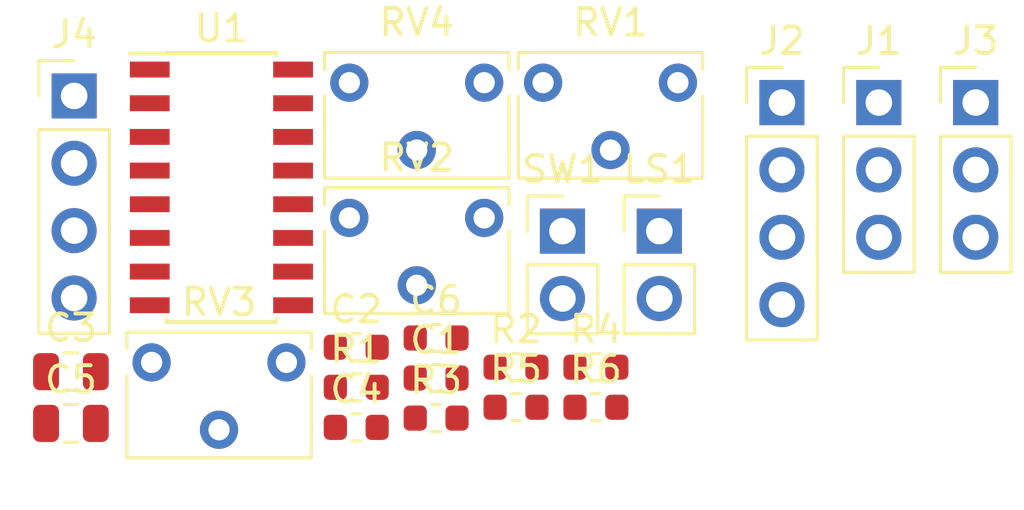
<source format=kicad_pcb>
(kicad_pcb (version 20171130) (host pcbnew "(5.0.2)-1")

  (general
    (thickness 1.6)
    (drawings 0)
    (tracks 0)
    (zones 0)
    (modules 23)
    (nets 24)
  )

  (page A4)
  (layers
    (0 F.Cu signal)
    (31 B.Cu signal)
    (32 B.Adhes user)
    (33 F.Adhes user)
    (34 B.Paste user)
    (35 F.Paste user)
    (36 B.SilkS user)
    (37 F.SilkS user)
    (38 B.Mask user)
    (39 F.Mask user)
    (40 Dwgs.User user)
    (41 Cmts.User user)
    (42 Eco1.User user)
    (43 Eco2.User user)
    (44 Edge.Cuts user)
    (45 Margin user)
    (46 B.CrtYd user)
    (47 F.CrtYd user)
    (48 B.Fab user)
    (49 F.Fab user)
  )

  (setup
    (last_trace_width 0.25)
    (trace_clearance 0.2)
    (zone_clearance 0.508)
    (zone_45_only no)
    (trace_min 0.2)
    (segment_width 0.2)
    (edge_width 0.15)
    (via_size 0.8)
    (via_drill 0.4)
    (via_min_size 0.4)
    (via_min_drill 0.3)
    (uvia_size 0.3)
    (uvia_drill 0.1)
    (uvias_allowed no)
    (uvia_min_size 0.2)
    (uvia_min_drill 0.1)
    (pcb_text_width 0.3)
    (pcb_text_size 1.5 1.5)
    (mod_edge_width 0.15)
    (mod_text_size 1 1)
    (mod_text_width 0.15)
    (pad_size 1.524 1.524)
    (pad_drill 0.762)
    (pad_to_mask_clearance 0.051)
    (solder_mask_min_width 0.25)
    (aux_axis_origin 0 0)
    (visible_elements FFFFFF7F)
    (pcbplotparams
      (layerselection 0x010fc_ffffffff)
      (usegerberextensions false)
      (usegerberattributes false)
      (usegerberadvancedattributes false)
      (creategerberjobfile false)
      (excludeedgelayer true)
      (linewidth 0.100000)
      (plotframeref false)
      (viasonmask false)
      (mode 1)
      (useauxorigin false)
      (hpglpennumber 1)
      (hpglpenspeed 20)
      (hpglpendiameter 15.000000)
      (psnegative false)
      (psa4output false)
      (plotreference true)
      (plotvalue true)
      (plotinvisibletext false)
      (padsonsilk false)
      (subtractmaskfromsilk false)
      (outputformat 1)
      (mirror false)
      (drillshape 1)
      (scaleselection 1)
      (outputdirectory ""))
  )

  (net 0 "")
  (net 1 GND)
  (net 2 VDD)
  (net 3 L)
  (net 4 "Net-(C3-Pad1)")
  (net 5 "Net-(C4-Pad1)")
  (net 6 R)
  (net 7 "Net-(C5-Pad2)")
  (net 8 "Net-(LS1-Pad2)")
  (net 9 "Net-(LS1-Pad1)")
  (net 10 "Net-(R1-Pad2)")
  (net 11 "Net-(R2-Pad2)")
  (net 12 -OUT_L)
  (net 13 -OUT_R)
  (net 14 OUT_L)
  (net 15 "Net-(J4-PadT)")
  (net 16 "Net-(J4-PadR)")
  (net 17 OUT_R)
  (net 18 LIN)
  (net 19 "Net-(RV1-Pad3)")
  (net 20 "Net-(RV2-Pad3)")
  (net 21 RIN)
  (net 22 "Net-(RV3-Pad2)")
  (net 23 "Net-(U1-Pad12)")

  (net_class Default "This is the default net class."
    (clearance 0.2)
    (trace_width 0.25)
    (via_dia 0.8)
    (via_drill 0.4)
    (uvia_dia 0.3)
    (uvia_drill 0.1)
    (add_net -OUT_L)
    (add_net -OUT_R)
    (add_net GND)
    (add_net L)
    (add_net LIN)
    (add_net "Net-(C3-Pad1)")
    (add_net "Net-(C4-Pad1)")
    (add_net "Net-(C5-Pad2)")
    (add_net "Net-(J4-PadR)")
    (add_net "Net-(J4-PadT)")
    (add_net "Net-(LS1-Pad1)")
    (add_net "Net-(LS1-Pad2)")
    (add_net "Net-(R1-Pad2)")
    (add_net "Net-(R2-Pad2)")
    (add_net "Net-(RV1-Pad3)")
    (add_net "Net-(RV2-Pad3)")
    (add_net "Net-(RV3-Pad2)")
    (add_net "Net-(U1-Pad12)")
    (add_net OUT_L)
    (add_net OUT_R)
    (add_net R)
    (add_net RIN)
    (add_net VDD)
  )

  (module Capacitor_SMD:C_0603_1608Metric (layer F.Cu) (tedit 5B301BBE) (tstamp 5C70E908)
    (at 139.925001 123.975001)
    (descr "Capacitor SMD 0603 (1608 Metric), square (rectangular) end terminal, IPC_7351 nominal, (Body size source: http://www.tortai-tech.com/upload/download/2011102023233369053.pdf), generated with kicad-footprint-generator")
    (tags capacitor)
    (path /5C668C19/5C669142)
    (attr smd)
    (fp_text reference C1 (at 0 -1.43) (layer F.SilkS)
      (effects (font (size 1 1) (thickness 0.15)))
    )
    (fp_text value 1uF (at 0 1.43) (layer F.Fab)
      (effects (font (size 1 1) (thickness 0.15)))
    )
    (fp_line (start -0.8 0.4) (end -0.8 -0.4) (layer F.Fab) (width 0.1))
    (fp_line (start -0.8 -0.4) (end 0.8 -0.4) (layer F.Fab) (width 0.1))
    (fp_line (start 0.8 -0.4) (end 0.8 0.4) (layer F.Fab) (width 0.1))
    (fp_line (start 0.8 0.4) (end -0.8 0.4) (layer F.Fab) (width 0.1))
    (fp_line (start -0.162779 -0.51) (end 0.162779 -0.51) (layer F.SilkS) (width 0.12))
    (fp_line (start -0.162779 0.51) (end 0.162779 0.51) (layer F.SilkS) (width 0.12))
    (fp_line (start -1.48 0.73) (end -1.48 -0.73) (layer F.CrtYd) (width 0.05))
    (fp_line (start -1.48 -0.73) (end 1.48 -0.73) (layer F.CrtYd) (width 0.05))
    (fp_line (start 1.48 -0.73) (end 1.48 0.73) (layer F.CrtYd) (width 0.05))
    (fp_line (start 1.48 0.73) (end -1.48 0.73) (layer F.CrtYd) (width 0.05))
    (fp_text user %R (at 0 0) (layer F.Fab)
      (effects (font (size 0.4 0.4) (thickness 0.06)))
    )
    (pad 1 smd roundrect (at -0.7875 0) (size 0.875 0.95) (layers F.Cu F.Paste F.Mask) (roundrect_rratio 0.25)
      (net 1 GND))
    (pad 2 smd roundrect (at 0.7875 0) (size 0.875 0.95) (layers F.Cu F.Paste F.Mask) (roundrect_rratio 0.25)
      (net 2 VDD))
    (model ${KISYS3DMOD}/Capacitor_SMD.3dshapes/C_0603_1608Metric.wrl
      (at (xyz 0 0 0))
      (scale (xyz 1 1 1))
      (rotate (xyz 0 0 0))
    )
  )

  (module Capacitor_SMD:C_0603_1608Metric (layer F.Cu) (tedit 5B301BBE) (tstamp 5C70E919)
    (at 136.915001 122.815001)
    (descr "Capacitor SMD 0603 (1608 Metric), square (rectangular) end terminal, IPC_7351 nominal, (Body size source: http://www.tortai-tech.com/upload/download/2011102023233369053.pdf), generated with kicad-footprint-generator")
    (tags capacitor)
    (path /5C668C19/5C669184)
    (attr smd)
    (fp_text reference C2 (at 0 -1.43) (layer F.SilkS)
      (effects (font (size 1 1) (thickness 0.15)))
    )
    (fp_text value 1uF (at 0 1.43) (layer F.Fab)
      (effects (font (size 1 1) (thickness 0.15)))
    )
    (fp_line (start -0.8 0.4) (end -0.8 -0.4) (layer F.Fab) (width 0.1))
    (fp_line (start -0.8 -0.4) (end 0.8 -0.4) (layer F.Fab) (width 0.1))
    (fp_line (start 0.8 -0.4) (end 0.8 0.4) (layer F.Fab) (width 0.1))
    (fp_line (start 0.8 0.4) (end -0.8 0.4) (layer F.Fab) (width 0.1))
    (fp_line (start -0.162779 -0.51) (end 0.162779 -0.51) (layer F.SilkS) (width 0.12))
    (fp_line (start -0.162779 0.51) (end 0.162779 0.51) (layer F.SilkS) (width 0.12))
    (fp_line (start -1.48 0.73) (end -1.48 -0.73) (layer F.CrtYd) (width 0.05))
    (fp_line (start -1.48 -0.73) (end 1.48 -0.73) (layer F.CrtYd) (width 0.05))
    (fp_line (start 1.48 -0.73) (end 1.48 0.73) (layer F.CrtYd) (width 0.05))
    (fp_line (start 1.48 0.73) (end -1.48 0.73) (layer F.CrtYd) (width 0.05))
    (fp_text user %R (at 0 0) (layer F.Fab)
      (effects (font (size 0.4 0.4) (thickness 0.06)))
    )
    (pad 1 smd roundrect (at -0.7875 0) (size 0.875 0.95) (layers F.Cu F.Paste F.Mask) (roundrect_rratio 0.25)
      (net 1 GND))
    (pad 2 smd roundrect (at 0.7875 0) (size 0.875 0.95) (layers F.Cu F.Paste F.Mask) (roundrect_rratio 0.25)
      (net 2 VDD))
    (model ${KISYS3DMOD}/Capacitor_SMD.3dshapes/C_0603_1608Metric.wrl
      (at (xyz 0 0 0))
      (scale (xyz 1 1 1))
      (rotate (xyz 0 0 0))
    )
  )

  (module Capacitor_SMD:C_0805_2012Metric (layer F.Cu) (tedit 5B36C52B) (tstamp 5C70E92A)
    (at 126.165001 123.735001)
    (descr "Capacitor SMD 0805 (2012 Metric), square (rectangular) end terminal, IPC_7351 nominal, (Body size source: https://docs.google.com/spreadsheets/d/1BsfQQcO9C6DZCsRaXUlFlo91Tg2WpOkGARC1WS5S8t0/edit?usp=sharing), generated with kicad-footprint-generator")
    (tags capacitor)
    (path /5C668C19/5C6690E3)
    (attr smd)
    (fp_text reference C3 (at 0 -1.65) (layer F.SilkS)
      (effects (font (size 1 1) (thickness 0.15)))
    )
    (fp_text value 0.47uF (at 0 1.65) (layer F.Fab)
      (effects (font (size 1 1) (thickness 0.15)))
    )
    (fp_text user %R (at 0 0) (layer F.Fab)
      (effects (font (size 0.5 0.5) (thickness 0.08)))
    )
    (fp_line (start 1.68 0.95) (end -1.68 0.95) (layer F.CrtYd) (width 0.05))
    (fp_line (start 1.68 -0.95) (end 1.68 0.95) (layer F.CrtYd) (width 0.05))
    (fp_line (start -1.68 -0.95) (end 1.68 -0.95) (layer F.CrtYd) (width 0.05))
    (fp_line (start -1.68 0.95) (end -1.68 -0.95) (layer F.CrtYd) (width 0.05))
    (fp_line (start -0.258578 0.71) (end 0.258578 0.71) (layer F.SilkS) (width 0.12))
    (fp_line (start -0.258578 -0.71) (end 0.258578 -0.71) (layer F.SilkS) (width 0.12))
    (fp_line (start 1 0.6) (end -1 0.6) (layer F.Fab) (width 0.1))
    (fp_line (start 1 -0.6) (end 1 0.6) (layer F.Fab) (width 0.1))
    (fp_line (start -1 -0.6) (end 1 -0.6) (layer F.Fab) (width 0.1))
    (fp_line (start -1 0.6) (end -1 -0.6) (layer F.Fab) (width 0.1))
    (pad 2 smd roundrect (at 0.9375 0) (size 0.975 1.4) (layers F.Cu F.Paste F.Mask) (roundrect_rratio 0.25)
      (net 3 L))
    (pad 1 smd roundrect (at -0.9375 0) (size 0.975 1.4) (layers F.Cu F.Paste F.Mask) (roundrect_rratio 0.25)
      (net 4 "Net-(C3-Pad1)"))
    (model ${KISYS3DMOD}/Capacitor_SMD.3dshapes/C_0805_2012Metric.wrl
      (at (xyz 0 0 0))
      (scale (xyz 1 1 1))
      (rotate (xyz 0 0 0))
    )
  )

  (module Capacitor_SMD:C_0603_1608Metric (layer F.Cu) (tedit 5B301BBE) (tstamp 5C70E93B)
    (at 136.915001 125.835001)
    (descr "Capacitor SMD 0603 (1608 Metric), square (rectangular) end terminal, IPC_7351 nominal, (Body size source: http://www.tortai-tech.com/upload/download/2011102023233369053.pdf), generated with kicad-footprint-generator")
    (tags capacitor)
    (path /5C668C19/5C669102)
    (attr smd)
    (fp_text reference C4 (at 0 -1.43) (layer F.SilkS)
      (effects (font (size 1 1) (thickness 0.15)))
    )
    (fp_text value 1uF (at 0 1.43) (layer F.Fab)
      (effects (font (size 1 1) (thickness 0.15)))
    )
    (fp_text user %R (at 0 0) (layer F.Fab)
      (effects (font (size 0.4 0.4) (thickness 0.06)))
    )
    (fp_line (start 1.48 0.73) (end -1.48 0.73) (layer F.CrtYd) (width 0.05))
    (fp_line (start 1.48 -0.73) (end 1.48 0.73) (layer F.CrtYd) (width 0.05))
    (fp_line (start -1.48 -0.73) (end 1.48 -0.73) (layer F.CrtYd) (width 0.05))
    (fp_line (start -1.48 0.73) (end -1.48 -0.73) (layer F.CrtYd) (width 0.05))
    (fp_line (start -0.162779 0.51) (end 0.162779 0.51) (layer F.SilkS) (width 0.12))
    (fp_line (start -0.162779 -0.51) (end 0.162779 -0.51) (layer F.SilkS) (width 0.12))
    (fp_line (start 0.8 0.4) (end -0.8 0.4) (layer F.Fab) (width 0.1))
    (fp_line (start 0.8 -0.4) (end 0.8 0.4) (layer F.Fab) (width 0.1))
    (fp_line (start -0.8 -0.4) (end 0.8 -0.4) (layer F.Fab) (width 0.1))
    (fp_line (start -0.8 0.4) (end -0.8 -0.4) (layer F.Fab) (width 0.1))
    (pad 2 smd roundrect (at 0.7875 0) (size 0.875 0.95) (layers F.Cu F.Paste F.Mask) (roundrect_rratio 0.25)
      (net 1 GND))
    (pad 1 smd roundrect (at -0.7875 0) (size 0.875 0.95) (layers F.Cu F.Paste F.Mask) (roundrect_rratio 0.25)
      (net 5 "Net-(C4-Pad1)"))
    (model ${KISYS3DMOD}/Capacitor_SMD.3dshapes/C_0603_1608Metric.wrl
      (at (xyz 0 0 0))
      (scale (xyz 1 1 1))
      (rotate (xyz 0 0 0))
    )
  )

  (module Capacitor_SMD:C_0805_2012Metric (layer F.Cu) (tedit 5B36C52B) (tstamp 5C70E94C)
    (at 126.165001 125.685001)
    (descr "Capacitor SMD 0805 (2012 Metric), square (rectangular) end terminal, IPC_7351 nominal, (Body size source: https://docs.google.com/spreadsheets/d/1BsfQQcO9C6DZCsRaXUlFlo91Tg2WpOkGARC1WS5S8t0/edit?usp=sharing), generated with kicad-footprint-generator")
    (tags capacitor)
    (path /5C668C19/5C6690EA)
    (attr smd)
    (fp_text reference C5 (at 0 -1.65) (layer F.SilkS)
      (effects (font (size 1 1) (thickness 0.15)))
    )
    (fp_text value 0.47uF (at 0 1.65) (layer F.Fab)
      (effects (font (size 1 1) (thickness 0.15)))
    )
    (fp_line (start -1 0.6) (end -1 -0.6) (layer F.Fab) (width 0.1))
    (fp_line (start -1 -0.6) (end 1 -0.6) (layer F.Fab) (width 0.1))
    (fp_line (start 1 -0.6) (end 1 0.6) (layer F.Fab) (width 0.1))
    (fp_line (start 1 0.6) (end -1 0.6) (layer F.Fab) (width 0.1))
    (fp_line (start -0.258578 -0.71) (end 0.258578 -0.71) (layer F.SilkS) (width 0.12))
    (fp_line (start -0.258578 0.71) (end 0.258578 0.71) (layer F.SilkS) (width 0.12))
    (fp_line (start -1.68 0.95) (end -1.68 -0.95) (layer F.CrtYd) (width 0.05))
    (fp_line (start -1.68 -0.95) (end 1.68 -0.95) (layer F.CrtYd) (width 0.05))
    (fp_line (start 1.68 -0.95) (end 1.68 0.95) (layer F.CrtYd) (width 0.05))
    (fp_line (start 1.68 0.95) (end -1.68 0.95) (layer F.CrtYd) (width 0.05))
    (fp_text user %R (at 0 0) (layer F.Fab)
      (effects (font (size 0.5 0.5) (thickness 0.08)))
    )
    (pad 1 smd roundrect (at -0.9375 0) (size 0.975 1.4) (layers F.Cu F.Paste F.Mask) (roundrect_rratio 0.25)
      (net 6 R))
    (pad 2 smd roundrect (at 0.9375 0) (size 0.975 1.4) (layers F.Cu F.Paste F.Mask) (roundrect_rratio 0.25)
      (net 7 "Net-(C5-Pad2)"))
    (model ${KISYS3DMOD}/Capacitor_SMD.3dshapes/C_0805_2012Metric.wrl
      (at (xyz 0 0 0))
      (scale (xyz 1 1 1))
      (rotate (xyz 0 0 0))
    )
  )

  (module Capacitor_SMD:C_0603_1608Metric (layer F.Cu) (tedit 5B301BBE) (tstamp 5C70E95D)
    (at 139.925001 122.465001)
    (descr "Capacitor SMD 0603 (1608 Metric), square (rectangular) end terminal, IPC_7351 nominal, (Body size source: http://www.tortai-tech.com/upload/download/2011102023233369053.pdf), generated with kicad-footprint-generator")
    (tags capacitor)
    (path /5C668C19/5C669151)
    (attr smd)
    (fp_text reference C6 (at 0 -1.43) (layer F.SilkS)
      (effects (font (size 1 1) (thickness 0.15)))
    )
    (fp_text value 1uF (at 0 1.43) (layer F.Fab)
      (effects (font (size 1 1) (thickness 0.15)))
    )
    (fp_text user %R (at 0 0) (layer F.Fab)
      (effects (font (size 0.4 0.4) (thickness 0.06)))
    )
    (fp_line (start 1.48 0.73) (end -1.48 0.73) (layer F.CrtYd) (width 0.05))
    (fp_line (start 1.48 -0.73) (end 1.48 0.73) (layer F.CrtYd) (width 0.05))
    (fp_line (start -1.48 -0.73) (end 1.48 -0.73) (layer F.CrtYd) (width 0.05))
    (fp_line (start -1.48 0.73) (end -1.48 -0.73) (layer F.CrtYd) (width 0.05))
    (fp_line (start -0.162779 0.51) (end 0.162779 0.51) (layer F.SilkS) (width 0.12))
    (fp_line (start -0.162779 -0.51) (end 0.162779 -0.51) (layer F.SilkS) (width 0.12))
    (fp_line (start 0.8 0.4) (end -0.8 0.4) (layer F.Fab) (width 0.1))
    (fp_line (start 0.8 -0.4) (end 0.8 0.4) (layer F.Fab) (width 0.1))
    (fp_line (start -0.8 -0.4) (end 0.8 -0.4) (layer F.Fab) (width 0.1))
    (fp_line (start -0.8 0.4) (end -0.8 -0.4) (layer F.Fab) (width 0.1))
    (pad 2 smd roundrect (at 0.7875 0) (size 0.875 0.95) (layers F.Cu F.Paste F.Mask) (roundrect_rratio 0.25)
      (net 2 VDD))
    (pad 1 smd roundrect (at -0.7875 0) (size 0.875 0.95) (layers F.Cu F.Paste F.Mask) (roundrect_rratio 0.25)
      (net 1 GND))
    (model ${KISYS3DMOD}/Capacitor_SMD.3dshapes/C_0603_1608Metric.wrl
      (at (xyz 0 0 0))
      (scale (xyz 1 1 1))
      (rotate (xyz 0 0 0))
    )
  )

  (module Connector_PinHeader_2.54mm:PinHeader_1x04_P2.54mm_Vertical (layer F.Cu) (tedit 59FED5CC) (tstamp 5C70E9C8)
    (at 126.285001 113.335001)
    (descr "Through hole straight pin header, 1x04, 2.54mm pitch, single row")
    (tags "Through hole pin header THT 1x04 2.54mm single row")
    (path /5C668C19/5C66916B)
    (fp_text reference J4 (at 0 -2.33) (layer F.SilkS)
      (effects (font (size 1 1) (thickness 0.15)))
    )
    (fp_text value LR (at 0 9.95) (layer F.Fab)
      (effects (font (size 1 1) (thickness 0.15)))
    )
    (fp_line (start -0.635 -1.27) (end 1.27 -1.27) (layer F.Fab) (width 0.1))
    (fp_line (start 1.27 -1.27) (end 1.27 8.89) (layer F.Fab) (width 0.1))
    (fp_line (start 1.27 8.89) (end -1.27 8.89) (layer F.Fab) (width 0.1))
    (fp_line (start -1.27 8.89) (end -1.27 -0.635) (layer F.Fab) (width 0.1))
    (fp_line (start -1.27 -0.635) (end -0.635 -1.27) (layer F.Fab) (width 0.1))
    (fp_line (start -1.33 8.95) (end 1.33 8.95) (layer F.SilkS) (width 0.12))
    (fp_line (start -1.33 1.27) (end -1.33 8.95) (layer F.SilkS) (width 0.12))
    (fp_line (start 1.33 1.27) (end 1.33 8.95) (layer F.SilkS) (width 0.12))
    (fp_line (start -1.33 1.27) (end 1.33 1.27) (layer F.SilkS) (width 0.12))
    (fp_line (start -1.33 0) (end -1.33 -1.33) (layer F.SilkS) (width 0.12))
    (fp_line (start -1.33 -1.33) (end 0 -1.33) (layer F.SilkS) (width 0.12))
    (fp_line (start -1.8 -1.8) (end -1.8 9.4) (layer F.CrtYd) (width 0.05))
    (fp_line (start -1.8 9.4) (end 1.8 9.4) (layer F.CrtYd) (width 0.05))
    (fp_line (start 1.8 9.4) (end 1.8 -1.8) (layer F.CrtYd) (width 0.05))
    (fp_line (start 1.8 -1.8) (end -1.8 -1.8) (layer F.CrtYd) (width 0.05))
    (fp_text user %R (at 0 3.81 90) (layer F.Fab)
      (effects (font (size 1 1) (thickness 0.15)))
    )
    (pad 1 thru_hole rect (at 0 0) (size 1.7 1.7) (drill 1) (layers *.Cu *.Mask))
    (pad 2 thru_hole oval (at 0 2.54) (size 1.7 1.7) (drill 1) (layers *.Cu *.Mask))
    (pad 3 thru_hole oval (at 0 5.08) (size 1.7 1.7) (drill 1) (layers *.Cu *.Mask))
    (pad 4 thru_hole oval (at 0 7.62) (size 1.7 1.7) (drill 1) (layers *.Cu *.Mask))
    (model ${KISYS3DMOD}/Connector_PinHeader_2.54mm.3dshapes/PinHeader_1x04_P2.54mm_Vertical.wrl
      (at (xyz 0 0 0))
      (scale (xyz 1 1 1))
      (rotate (xyz 0 0 0))
    )
  )

  (module Connector_PinHeader_2.54mm:PinHeader_1x02_P2.54mm_Vertical (layer F.Cu) (tedit 59FED5CC) (tstamp 5C70E9DE)
    (at 148.335001 118.435001)
    (descr "Through hole straight pin header, 1x02, 2.54mm pitch, single row")
    (tags "Through hole pin header THT 1x02 2.54mm single row")
    (path /5C668C19/5C66910B)
    (fp_text reference LS1 (at 0 -2.33) (layer F.SilkS)
      (effects (font (size 1 1) (thickness 0.15)))
    )
    (fp_text value Speaker (at 0 4.87) (layer F.Fab)
      (effects (font (size 1 1) (thickness 0.15)))
    )
    (fp_text user %R (at 0 1.27 90) (layer F.Fab)
      (effects (font (size 1 1) (thickness 0.15)))
    )
    (fp_line (start 1.8 -1.8) (end -1.8 -1.8) (layer F.CrtYd) (width 0.05))
    (fp_line (start 1.8 4.35) (end 1.8 -1.8) (layer F.CrtYd) (width 0.05))
    (fp_line (start -1.8 4.35) (end 1.8 4.35) (layer F.CrtYd) (width 0.05))
    (fp_line (start -1.8 -1.8) (end -1.8 4.35) (layer F.CrtYd) (width 0.05))
    (fp_line (start -1.33 -1.33) (end 0 -1.33) (layer F.SilkS) (width 0.12))
    (fp_line (start -1.33 0) (end -1.33 -1.33) (layer F.SilkS) (width 0.12))
    (fp_line (start -1.33 1.27) (end 1.33 1.27) (layer F.SilkS) (width 0.12))
    (fp_line (start 1.33 1.27) (end 1.33 3.87) (layer F.SilkS) (width 0.12))
    (fp_line (start -1.33 1.27) (end -1.33 3.87) (layer F.SilkS) (width 0.12))
    (fp_line (start -1.33 3.87) (end 1.33 3.87) (layer F.SilkS) (width 0.12))
    (fp_line (start -1.27 -0.635) (end -0.635 -1.27) (layer F.Fab) (width 0.1))
    (fp_line (start -1.27 3.81) (end -1.27 -0.635) (layer F.Fab) (width 0.1))
    (fp_line (start 1.27 3.81) (end -1.27 3.81) (layer F.Fab) (width 0.1))
    (fp_line (start 1.27 -1.27) (end 1.27 3.81) (layer F.Fab) (width 0.1))
    (fp_line (start -0.635 -1.27) (end 1.27 -1.27) (layer F.Fab) (width 0.1))
    (pad 2 thru_hole oval (at 0 2.54) (size 1.7 1.7) (drill 1) (layers *.Cu *.Mask)
      (net 8 "Net-(LS1-Pad2)"))
    (pad 1 thru_hole rect (at 0 0) (size 1.7 1.7) (drill 1) (layers *.Cu *.Mask)
      (net 9 "Net-(LS1-Pad1)"))
    (model ${KISYS3DMOD}/Connector_PinHeader_2.54mm.3dshapes/PinHeader_1x02_P2.54mm_Vertical.wrl
      (at (xyz 0 0 0))
      (scale (xyz 1 1 1))
      (rotate (xyz 0 0 0))
    )
  )

  (module Resistor_SMD:R_0603_1608Metric (layer F.Cu) (tedit 5B301BBD) (tstamp 5C70E9EF)
    (at 136.915001 124.325001)
    (descr "Resistor SMD 0603 (1608 Metric), square (rectangular) end terminal, IPC_7351 nominal, (Body size source: http://www.tortai-tech.com/upload/download/2011102023233369053.pdf), generated with kicad-footprint-generator")
    (tags resistor)
    (path /5C668C19/5C6691B4)
    (attr smd)
    (fp_text reference R1 (at 0 -1.43) (layer F.SilkS)
      (effects (font (size 1 1) (thickness 0.15)))
    )
    (fp_text value 10k (at 0 1.43) (layer F.Fab)
      (effects (font (size 1 1) (thickness 0.15)))
    )
    (fp_text user %R (at 0 0) (layer F.Fab)
      (effects (font (size 0.4 0.4) (thickness 0.06)))
    )
    (fp_line (start 1.48 0.73) (end -1.48 0.73) (layer F.CrtYd) (width 0.05))
    (fp_line (start 1.48 -0.73) (end 1.48 0.73) (layer F.CrtYd) (width 0.05))
    (fp_line (start -1.48 -0.73) (end 1.48 -0.73) (layer F.CrtYd) (width 0.05))
    (fp_line (start -1.48 0.73) (end -1.48 -0.73) (layer F.CrtYd) (width 0.05))
    (fp_line (start -0.162779 0.51) (end 0.162779 0.51) (layer F.SilkS) (width 0.12))
    (fp_line (start -0.162779 -0.51) (end 0.162779 -0.51) (layer F.SilkS) (width 0.12))
    (fp_line (start 0.8 0.4) (end -0.8 0.4) (layer F.Fab) (width 0.1))
    (fp_line (start 0.8 -0.4) (end 0.8 0.4) (layer F.Fab) (width 0.1))
    (fp_line (start -0.8 -0.4) (end 0.8 -0.4) (layer F.Fab) (width 0.1))
    (fp_line (start -0.8 0.4) (end -0.8 -0.4) (layer F.Fab) (width 0.1))
    (pad 2 smd roundrect (at 0.7875 0) (size 0.875 0.95) (layers F.Cu F.Paste F.Mask) (roundrect_rratio 0.25)
      (net 10 "Net-(R1-Pad2)"))
    (pad 1 smd roundrect (at -0.7875 0) (size 0.875 0.95) (layers F.Cu F.Paste F.Mask) (roundrect_rratio 0.25)
      (net 3 L))
    (model ${KISYS3DMOD}/Resistor_SMD.3dshapes/R_0603_1608Metric.wrl
      (at (xyz 0 0 0))
      (scale (xyz 1 1 1))
      (rotate (xyz 0 0 0))
    )
  )

  (module Resistor_SMD:R_0603_1608Metric (layer F.Cu) (tedit 5B301BBD) (tstamp 5C70EA00)
    (at 142.935001 123.565001)
    (descr "Resistor SMD 0603 (1608 Metric), square (rectangular) end terminal, IPC_7351 nominal, (Body size source: http://www.tortai-tech.com/upload/download/2011102023233369053.pdf), generated with kicad-footprint-generator")
    (tags resistor)
    (path /5C668C19/5C6691BB)
    (attr smd)
    (fp_text reference R2 (at 0 -1.43) (layer F.SilkS)
      (effects (font (size 1 1) (thickness 0.15)))
    )
    (fp_text value 10k (at 0 1.43) (layer F.Fab)
      (effects (font (size 1 1) (thickness 0.15)))
    )
    (fp_line (start -0.8 0.4) (end -0.8 -0.4) (layer F.Fab) (width 0.1))
    (fp_line (start -0.8 -0.4) (end 0.8 -0.4) (layer F.Fab) (width 0.1))
    (fp_line (start 0.8 -0.4) (end 0.8 0.4) (layer F.Fab) (width 0.1))
    (fp_line (start 0.8 0.4) (end -0.8 0.4) (layer F.Fab) (width 0.1))
    (fp_line (start -0.162779 -0.51) (end 0.162779 -0.51) (layer F.SilkS) (width 0.12))
    (fp_line (start -0.162779 0.51) (end 0.162779 0.51) (layer F.SilkS) (width 0.12))
    (fp_line (start -1.48 0.73) (end -1.48 -0.73) (layer F.CrtYd) (width 0.05))
    (fp_line (start -1.48 -0.73) (end 1.48 -0.73) (layer F.CrtYd) (width 0.05))
    (fp_line (start 1.48 -0.73) (end 1.48 0.73) (layer F.CrtYd) (width 0.05))
    (fp_line (start 1.48 0.73) (end -1.48 0.73) (layer F.CrtYd) (width 0.05))
    (fp_text user %R (at 0 0) (layer F.Fab)
      (effects (font (size 0.4 0.4) (thickness 0.06)))
    )
    (pad 1 smd roundrect (at -0.7875 0) (size 0.875 0.95) (layers F.Cu F.Paste F.Mask) (roundrect_rratio 0.25)
      (net 6 R))
    (pad 2 smd roundrect (at 0.7875 0) (size 0.875 0.95) (layers F.Cu F.Paste F.Mask) (roundrect_rratio 0.25)
      (net 11 "Net-(R2-Pad2)"))
    (model ${KISYS3DMOD}/Resistor_SMD.3dshapes/R_0603_1608Metric.wrl
      (at (xyz 0 0 0))
      (scale (xyz 1 1 1))
      (rotate (xyz 0 0 0))
    )
  )

  (module Resistor_SMD:R_0603_1608Metric (layer F.Cu) (tedit 5B301BBD) (tstamp 5C70EA11)
    (at 139.925001 125.485001)
    (descr "Resistor SMD 0603 (1608 Metric), square (rectangular) end terminal, IPC_7351 nominal, (Body size source: http://www.tortai-tech.com/upload/download/2011102023233369053.pdf), generated with kicad-footprint-generator")
    (tags resistor)
    (path /5C668C19/5C669119)
    (attr smd)
    (fp_text reference R3 (at 0 -1.43) (layer F.SilkS)
      (effects (font (size 1 1) (thickness 0.15)))
    )
    (fp_text value 500 (at 0 1.43) (layer F.Fab)
      (effects (font (size 1 1) (thickness 0.15)))
    )
    (fp_text user %R (at 0 0) (layer F.Fab)
      (effects (font (size 0.4 0.4) (thickness 0.06)))
    )
    (fp_line (start 1.48 0.73) (end -1.48 0.73) (layer F.CrtYd) (width 0.05))
    (fp_line (start 1.48 -0.73) (end 1.48 0.73) (layer F.CrtYd) (width 0.05))
    (fp_line (start -1.48 -0.73) (end 1.48 -0.73) (layer F.CrtYd) (width 0.05))
    (fp_line (start -1.48 0.73) (end -1.48 -0.73) (layer F.CrtYd) (width 0.05))
    (fp_line (start -0.162779 0.51) (end 0.162779 0.51) (layer F.SilkS) (width 0.12))
    (fp_line (start -0.162779 -0.51) (end 0.162779 -0.51) (layer F.SilkS) (width 0.12))
    (fp_line (start 0.8 0.4) (end -0.8 0.4) (layer F.Fab) (width 0.1))
    (fp_line (start 0.8 -0.4) (end 0.8 0.4) (layer F.Fab) (width 0.1))
    (fp_line (start -0.8 -0.4) (end 0.8 -0.4) (layer F.Fab) (width 0.1))
    (fp_line (start -0.8 0.4) (end -0.8 -0.4) (layer F.Fab) (width 0.1))
    (pad 2 smd roundrect (at 0.7875 0) (size 0.875 0.95) (layers F.Cu F.Paste F.Mask) (roundrect_rratio 0.25)
      (net 8 "Net-(LS1-Pad2)"))
    (pad 1 smd roundrect (at -0.7875 0) (size 0.875 0.95) (layers F.Cu F.Paste F.Mask) (roundrect_rratio 0.25)
      (net 12 -OUT_L))
    (model ${KISYS3DMOD}/Resistor_SMD.3dshapes/R_0603_1608Metric.wrl
      (at (xyz 0 0 0))
      (scale (xyz 1 1 1))
      (rotate (xyz 0 0 0))
    )
  )

  (module Resistor_SMD:R_0603_1608Metric (layer F.Cu) (tedit 5B301BBD) (tstamp 5C70EA22)
    (at 145.945001 123.565001)
    (descr "Resistor SMD 0603 (1608 Metric), square (rectangular) end terminal, IPC_7351 nominal, (Body size source: http://www.tortai-tech.com/upload/download/2011102023233369053.pdf), generated with kicad-footprint-generator")
    (tags resistor)
    (path /5C668C19/5C669112)
    (attr smd)
    (fp_text reference R4 (at 0 -1.43) (layer F.SilkS)
      (effects (font (size 1 1) (thickness 0.15)))
    )
    (fp_text value 500 (at 0 1.43) (layer F.Fab)
      (effects (font (size 1 1) (thickness 0.15)))
    )
    (fp_line (start -0.8 0.4) (end -0.8 -0.4) (layer F.Fab) (width 0.1))
    (fp_line (start -0.8 -0.4) (end 0.8 -0.4) (layer F.Fab) (width 0.1))
    (fp_line (start 0.8 -0.4) (end 0.8 0.4) (layer F.Fab) (width 0.1))
    (fp_line (start 0.8 0.4) (end -0.8 0.4) (layer F.Fab) (width 0.1))
    (fp_line (start -0.162779 -0.51) (end 0.162779 -0.51) (layer F.SilkS) (width 0.12))
    (fp_line (start -0.162779 0.51) (end 0.162779 0.51) (layer F.SilkS) (width 0.12))
    (fp_line (start -1.48 0.73) (end -1.48 -0.73) (layer F.CrtYd) (width 0.05))
    (fp_line (start -1.48 -0.73) (end 1.48 -0.73) (layer F.CrtYd) (width 0.05))
    (fp_line (start 1.48 -0.73) (end 1.48 0.73) (layer F.CrtYd) (width 0.05))
    (fp_line (start 1.48 0.73) (end -1.48 0.73) (layer F.CrtYd) (width 0.05))
    (fp_text user %R (at 0 0) (layer F.Fab)
      (effects (font (size 0.4 0.4) (thickness 0.06)))
    )
    (pad 1 smd roundrect (at -0.7875 0) (size 0.875 0.95) (layers F.Cu F.Paste F.Mask) (roundrect_rratio 0.25)
      (net 8 "Net-(LS1-Pad2)"))
    (pad 2 smd roundrect (at 0.7875 0) (size 0.875 0.95) (layers F.Cu F.Paste F.Mask) (roundrect_rratio 0.25)
      (net 13 -OUT_R))
    (model ${KISYS3DMOD}/Resistor_SMD.3dshapes/R_0603_1608Metric.wrl
      (at (xyz 0 0 0))
      (scale (xyz 1 1 1))
      (rotate (xyz 0 0 0))
    )
  )

  (module Resistor_SMD:R_0603_1608Metric (layer F.Cu) (tedit 5B301BBD) (tstamp 5C70EA33)
    (at 142.935001 125.075001)
    (descr "Resistor SMD 0603 (1608 Metric), square (rectangular) end terminal, IPC_7351 nominal, (Body size source: http://www.tortai-tech.com/upload/download/2011102023233369053.pdf), generated with kicad-footprint-generator")
    (tags resistor)
    (path /5C668C19/5C674C64)
    (attr smd)
    (fp_text reference R5 (at 0 -1.43) (layer F.SilkS)
      (effects (font (size 1 1) (thickness 0.15)))
    )
    (fp_text value 10k (at 0 1.43) (layer F.Fab)
      (effects (font (size 1 1) (thickness 0.15)))
    )
    (fp_text user %R (at 0 0) (layer F.Fab)
      (effects (font (size 0.4 0.4) (thickness 0.06)))
    )
    (fp_line (start 1.48 0.73) (end -1.48 0.73) (layer F.CrtYd) (width 0.05))
    (fp_line (start 1.48 -0.73) (end 1.48 0.73) (layer F.CrtYd) (width 0.05))
    (fp_line (start -1.48 -0.73) (end 1.48 -0.73) (layer F.CrtYd) (width 0.05))
    (fp_line (start -1.48 0.73) (end -1.48 -0.73) (layer F.CrtYd) (width 0.05))
    (fp_line (start -0.162779 0.51) (end 0.162779 0.51) (layer F.SilkS) (width 0.12))
    (fp_line (start -0.162779 -0.51) (end 0.162779 -0.51) (layer F.SilkS) (width 0.12))
    (fp_line (start 0.8 0.4) (end -0.8 0.4) (layer F.Fab) (width 0.1))
    (fp_line (start 0.8 -0.4) (end 0.8 0.4) (layer F.Fab) (width 0.1))
    (fp_line (start -0.8 -0.4) (end 0.8 -0.4) (layer F.Fab) (width 0.1))
    (fp_line (start -0.8 0.4) (end -0.8 -0.4) (layer F.Fab) (width 0.1))
    (pad 2 smd roundrect (at 0.7875 0) (size 0.875 0.95) (layers F.Cu F.Paste F.Mask) (roundrect_rratio 0.25)
      (net 14 OUT_L))
    (pad 1 smd roundrect (at -0.7875 0) (size 0.875 0.95) (layers F.Cu F.Paste F.Mask) (roundrect_rratio 0.25)
      (net 15 "Net-(J4-PadT)"))
    (model ${KISYS3DMOD}/Resistor_SMD.3dshapes/R_0603_1608Metric.wrl
      (at (xyz 0 0 0))
      (scale (xyz 1 1 1))
      (rotate (xyz 0 0 0))
    )
  )

  (module Resistor_SMD:R_0603_1608Metric (layer F.Cu) (tedit 5B301BBD) (tstamp 5C70EA44)
    (at 145.945001 125.075001)
    (descr "Resistor SMD 0603 (1608 Metric), square (rectangular) end terminal, IPC_7351 nominal, (Body size source: http://www.tortai-tech.com/upload/download/2011102023233369053.pdf), generated with kicad-footprint-generator")
    (tags resistor)
    (path /5C668C19/5C674D99)
    (attr smd)
    (fp_text reference R6 (at 0 -1.43) (layer F.SilkS)
      (effects (font (size 1 1) (thickness 0.15)))
    )
    (fp_text value 10k (at 0 1.43) (layer F.Fab)
      (effects (font (size 1 1) (thickness 0.15)))
    )
    (fp_line (start -0.8 0.4) (end -0.8 -0.4) (layer F.Fab) (width 0.1))
    (fp_line (start -0.8 -0.4) (end 0.8 -0.4) (layer F.Fab) (width 0.1))
    (fp_line (start 0.8 -0.4) (end 0.8 0.4) (layer F.Fab) (width 0.1))
    (fp_line (start 0.8 0.4) (end -0.8 0.4) (layer F.Fab) (width 0.1))
    (fp_line (start -0.162779 -0.51) (end 0.162779 -0.51) (layer F.SilkS) (width 0.12))
    (fp_line (start -0.162779 0.51) (end 0.162779 0.51) (layer F.SilkS) (width 0.12))
    (fp_line (start -1.48 0.73) (end -1.48 -0.73) (layer F.CrtYd) (width 0.05))
    (fp_line (start -1.48 -0.73) (end 1.48 -0.73) (layer F.CrtYd) (width 0.05))
    (fp_line (start 1.48 -0.73) (end 1.48 0.73) (layer F.CrtYd) (width 0.05))
    (fp_line (start 1.48 0.73) (end -1.48 0.73) (layer F.CrtYd) (width 0.05))
    (fp_text user %R (at 0 0) (layer F.Fab)
      (effects (font (size 0.4 0.4) (thickness 0.06)))
    )
    (pad 1 smd roundrect (at -0.7875 0) (size 0.875 0.95) (layers F.Cu F.Paste F.Mask) (roundrect_rratio 0.25)
      (net 16 "Net-(J4-PadR)"))
    (pad 2 smd roundrect (at 0.7875 0) (size 0.875 0.95) (layers F.Cu F.Paste F.Mask) (roundrect_rratio 0.25)
      (net 17 OUT_R))
    (model ${KISYS3DMOD}/Resistor_SMD.3dshapes/R_0603_1608Metric.wrl
      (at (xyz 0 0 0))
      (scale (xyz 1 1 1))
      (rotate (xyz 0 0 0))
    )
  )

  (module Potentiometer_THT:Potentiometer_Bourns_3266W_Vertical (layer F.Cu) (tedit 5A3D4994) (tstamp 5C70EA5D)
    (at 149.035001 112.835001)
    (descr "Potentiometer, vertical, Bourns 3266W, https://www.bourns.com/docs/Product-Datasheets/3266.pdf")
    (tags "Potentiometer vertical Bourns 3266W")
    (path /5C668C19/5C669195)
    (fp_text reference RV1 (at -2.54 -2.27) (layer F.SilkS)
      (effects (font (size 1 1) (thickness 0.15)))
    )
    (fp_text value 100k (at -2.54 4.73) (layer F.Fab)
      (effects (font (size 1 1) (thickness 0.15)))
    )
    (fp_circle (center -0.455 2.21) (end 0.435 2.21) (layer F.Fab) (width 0.1))
    (fp_line (start -5.895 -1.02) (end -5.895 3.48) (layer F.Fab) (width 0.1))
    (fp_line (start -5.895 3.48) (end 0.815 3.48) (layer F.Fab) (width 0.1))
    (fp_line (start 0.815 3.48) (end 0.815 -1.02) (layer F.Fab) (width 0.1))
    (fp_line (start 0.815 -1.02) (end -5.895 -1.02) (layer F.Fab) (width 0.1))
    (fp_line (start -0.455 3.092) (end -0.454 1.329) (layer F.Fab) (width 0.1))
    (fp_line (start -0.455 3.092) (end -0.454 1.329) (layer F.Fab) (width 0.1))
    (fp_line (start -6.015 -1.14) (end 0.935 -1.14) (layer F.SilkS) (width 0.12))
    (fp_line (start -6.015 3.6) (end 0.935 3.6) (layer F.SilkS) (width 0.12))
    (fp_line (start -6.015 -1.14) (end -6.015 -0.495) (layer F.SilkS) (width 0.12))
    (fp_line (start -6.015 0.495) (end -6.015 3.6) (layer F.SilkS) (width 0.12))
    (fp_line (start 0.935 -1.14) (end 0.935 -0.495) (layer F.SilkS) (width 0.12))
    (fp_line (start 0.935 0.495) (end 0.935 3.6) (layer F.SilkS) (width 0.12))
    (fp_line (start -6.15 -1.3) (end -6.15 3.75) (layer F.CrtYd) (width 0.05))
    (fp_line (start -6.15 3.75) (end 1.1 3.75) (layer F.CrtYd) (width 0.05))
    (fp_line (start 1.1 3.75) (end 1.1 -1.3) (layer F.CrtYd) (width 0.05))
    (fp_line (start 1.1 -1.3) (end -6.15 -1.3) (layer F.CrtYd) (width 0.05))
    (fp_text user %R (at -3.175 1.23) (layer F.Fab)
      (effects (font (size 0.91 0.91) (thickness 0.15)))
    )
    (pad 1 thru_hole circle (at 0 0) (size 1.44 1.44) (drill 0.8) (layers *.Cu *.Mask)
      (net 18 LIN))
    (pad 2 thru_hole circle (at -2.54 2.54) (size 1.44 1.44) (drill 0.8) (layers *.Cu *.Mask)
      (net 10 "Net-(R1-Pad2)"))
    (pad 3 thru_hole circle (at -5.08 0) (size 1.44 1.44) (drill 0.8) (layers *.Cu *.Mask)
      (net 19 "Net-(RV1-Pad3)"))
    (model ${KISYS3DMOD}/Potentiometer_THT.3dshapes/Potentiometer_Bourns_3266W_Vertical.wrl
      (at (xyz 0 0 0))
      (scale (xyz 1 1 1))
      (rotate (xyz 0 0 0))
    )
  )

  (module Potentiometer_THT:Potentiometer_Bourns_3266W_Vertical (layer F.Cu) (tedit 5A3D4994) (tstamp 5C70EA76)
    (at 141.735001 117.935001)
    (descr "Potentiometer, vertical, Bourns 3266W, https://www.bourns.com/docs/Product-Datasheets/3266.pdf")
    (tags "Potentiometer vertical Bourns 3266W")
    (path /5C668C19/5C6691A1)
    (fp_text reference RV2 (at -2.54 -2.27) (layer F.SilkS)
      (effects (font (size 1 1) (thickness 0.15)))
    )
    (fp_text value 100k (at -2.54 4.73) (layer F.Fab)
      (effects (font (size 1 1) (thickness 0.15)))
    )
    (fp_text user %R (at -3.175 1.23) (layer F.Fab)
      (effects (font (size 0.91 0.91) (thickness 0.15)))
    )
    (fp_line (start 1.1 -1.3) (end -6.15 -1.3) (layer F.CrtYd) (width 0.05))
    (fp_line (start 1.1 3.75) (end 1.1 -1.3) (layer F.CrtYd) (width 0.05))
    (fp_line (start -6.15 3.75) (end 1.1 3.75) (layer F.CrtYd) (width 0.05))
    (fp_line (start -6.15 -1.3) (end -6.15 3.75) (layer F.CrtYd) (width 0.05))
    (fp_line (start 0.935 0.495) (end 0.935 3.6) (layer F.SilkS) (width 0.12))
    (fp_line (start 0.935 -1.14) (end 0.935 -0.495) (layer F.SilkS) (width 0.12))
    (fp_line (start -6.015 0.495) (end -6.015 3.6) (layer F.SilkS) (width 0.12))
    (fp_line (start -6.015 -1.14) (end -6.015 -0.495) (layer F.SilkS) (width 0.12))
    (fp_line (start -6.015 3.6) (end 0.935 3.6) (layer F.SilkS) (width 0.12))
    (fp_line (start -6.015 -1.14) (end 0.935 -1.14) (layer F.SilkS) (width 0.12))
    (fp_line (start -0.455 3.092) (end -0.454 1.329) (layer F.Fab) (width 0.1))
    (fp_line (start -0.455 3.092) (end -0.454 1.329) (layer F.Fab) (width 0.1))
    (fp_line (start 0.815 -1.02) (end -5.895 -1.02) (layer F.Fab) (width 0.1))
    (fp_line (start 0.815 3.48) (end 0.815 -1.02) (layer F.Fab) (width 0.1))
    (fp_line (start -5.895 3.48) (end 0.815 3.48) (layer F.Fab) (width 0.1))
    (fp_line (start -5.895 -1.02) (end -5.895 3.48) (layer F.Fab) (width 0.1))
    (fp_circle (center -0.455 2.21) (end 0.435 2.21) (layer F.Fab) (width 0.1))
    (pad 3 thru_hole circle (at -5.08 0) (size 1.44 1.44) (drill 0.8) (layers *.Cu *.Mask)
      (net 20 "Net-(RV2-Pad3)"))
    (pad 2 thru_hole circle (at -2.54 2.54) (size 1.44 1.44) (drill 0.8) (layers *.Cu *.Mask)
      (net 11 "Net-(R2-Pad2)"))
    (pad 1 thru_hole circle (at 0 0) (size 1.44 1.44) (drill 0.8) (layers *.Cu *.Mask)
      (net 21 RIN))
    (model ${KISYS3DMOD}/Potentiometer_THT.3dshapes/Potentiometer_Bourns_3266W_Vertical.wrl
      (at (xyz 0 0 0))
      (scale (xyz 1 1 1))
      (rotate (xyz 0 0 0))
    )
  )

  (module Potentiometer_THT:Potentiometer_Bourns_3266W_Vertical (layer F.Cu) (tedit 5A3D4994) (tstamp 5C70EA8F)
    (at 134.285001 123.385001)
    (descr "Potentiometer, vertical, Bourns 3266W, https://www.bourns.com/docs/Product-Datasheets/3266.pdf")
    (tags "Potentiometer vertical Bourns 3266W")
    (path /5C668C19/5C6691AD)
    (fp_text reference RV3 (at -2.54 -2.27) (layer F.SilkS)
      (effects (font (size 1 1) (thickness 0.15)))
    )
    (fp_text value 1k (at -2.54 4.73) (layer F.Fab)
      (effects (font (size 1 1) (thickness 0.15)))
    )
    (fp_text user %R (at -3.175 1.23) (layer F.Fab)
      (effects (font (size 0.91 0.91) (thickness 0.15)))
    )
    (fp_line (start 1.1 -1.3) (end -6.15 -1.3) (layer F.CrtYd) (width 0.05))
    (fp_line (start 1.1 3.75) (end 1.1 -1.3) (layer F.CrtYd) (width 0.05))
    (fp_line (start -6.15 3.75) (end 1.1 3.75) (layer F.CrtYd) (width 0.05))
    (fp_line (start -6.15 -1.3) (end -6.15 3.75) (layer F.CrtYd) (width 0.05))
    (fp_line (start 0.935 0.495) (end 0.935 3.6) (layer F.SilkS) (width 0.12))
    (fp_line (start 0.935 -1.14) (end 0.935 -0.495) (layer F.SilkS) (width 0.12))
    (fp_line (start -6.015 0.495) (end -6.015 3.6) (layer F.SilkS) (width 0.12))
    (fp_line (start -6.015 -1.14) (end -6.015 -0.495) (layer F.SilkS) (width 0.12))
    (fp_line (start -6.015 3.6) (end 0.935 3.6) (layer F.SilkS) (width 0.12))
    (fp_line (start -6.015 -1.14) (end 0.935 -1.14) (layer F.SilkS) (width 0.12))
    (fp_line (start -0.455 3.092) (end -0.454 1.329) (layer F.Fab) (width 0.1))
    (fp_line (start -0.455 3.092) (end -0.454 1.329) (layer F.Fab) (width 0.1))
    (fp_line (start 0.815 -1.02) (end -5.895 -1.02) (layer F.Fab) (width 0.1))
    (fp_line (start 0.815 3.48) (end 0.815 -1.02) (layer F.Fab) (width 0.1))
    (fp_line (start -5.895 3.48) (end 0.815 3.48) (layer F.Fab) (width 0.1))
    (fp_line (start -5.895 -1.02) (end -5.895 3.48) (layer F.Fab) (width 0.1))
    (fp_circle (center -0.455 2.21) (end 0.435 2.21) (layer F.Fab) (width 0.1))
    (pad 3 thru_hole circle (at -5.08 0) (size 1.44 1.44) (drill 0.8) (layers *.Cu *.Mask)
      (net 17 OUT_R))
    (pad 2 thru_hole circle (at -2.54 2.54) (size 1.44 1.44) (drill 0.8) (layers *.Cu *.Mask)
      (net 22 "Net-(RV3-Pad2)"))
    (pad 1 thru_hole circle (at 0 0) (size 1.44 1.44) (drill 0.8) (layers *.Cu *.Mask)
      (net 14 OUT_L))
    (model ${KISYS3DMOD}/Potentiometer_THT.3dshapes/Potentiometer_Bourns_3266W_Vertical.wrl
      (at (xyz 0 0 0))
      (scale (xyz 1 1 1))
      (rotate (xyz 0 0 0))
    )
  )

  (module Potentiometer_THT:Potentiometer_Bourns_3266W_Vertical (layer F.Cu) (tedit 5A3D4994) (tstamp 5C70EAA8)
    (at 141.735001 112.835001)
    (descr "Potentiometer, vertical, Bourns 3266W, https://www.bourns.com/docs/Product-Datasheets/3266.pdf")
    (tags "Potentiometer vertical Bourns 3266W")
    (path /5C668C19/5C66CA4E)
    (fp_text reference RV4 (at -2.54 -2.27) (layer F.SilkS)
      (effects (font (size 1 1) (thickness 0.15)))
    )
    (fp_text value 100k (at -2.54 4.73) (layer F.Fab)
      (effects (font (size 1 1) (thickness 0.15)))
    )
    (fp_circle (center -0.455 2.21) (end 0.435 2.21) (layer F.Fab) (width 0.1))
    (fp_line (start -5.895 -1.02) (end -5.895 3.48) (layer F.Fab) (width 0.1))
    (fp_line (start -5.895 3.48) (end 0.815 3.48) (layer F.Fab) (width 0.1))
    (fp_line (start 0.815 3.48) (end 0.815 -1.02) (layer F.Fab) (width 0.1))
    (fp_line (start 0.815 -1.02) (end -5.895 -1.02) (layer F.Fab) (width 0.1))
    (fp_line (start -0.455 3.092) (end -0.454 1.329) (layer F.Fab) (width 0.1))
    (fp_line (start -0.455 3.092) (end -0.454 1.329) (layer F.Fab) (width 0.1))
    (fp_line (start -6.015 -1.14) (end 0.935 -1.14) (layer F.SilkS) (width 0.12))
    (fp_line (start -6.015 3.6) (end 0.935 3.6) (layer F.SilkS) (width 0.12))
    (fp_line (start -6.015 -1.14) (end -6.015 -0.495) (layer F.SilkS) (width 0.12))
    (fp_line (start -6.015 0.495) (end -6.015 3.6) (layer F.SilkS) (width 0.12))
    (fp_line (start 0.935 -1.14) (end 0.935 -0.495) (layer F.SilkS) (width 0.12))
    (fp_line (start 0.935 0.495) (end 0.935 3.6) (layer F.SilkS) (width 0.12))
    (fp_line (start -6.15 -1.3) (end -6.15 3.75) (layer F.CrtYd) (width 0.05))
    (fp_line (start -6.15 3.75) (end 1.1 3.75) (layer F.CrtYd) (width 0.05))
    (fp_line (start 1.1 3.75) (end 1.1 -1.3) (layer F.CrtYd) (width 0.05))
    (fp_line (start 1.1 -1.3) (end -6.15 -1.3) (layer F.CrtYd) (width 0.05))
    (fp_text user %R (at -3.175 1.23) (layer F.Fab)
      (effects (font (size 0.91 0.91) (thickness 0.15)))
    )
    (pad 1 thru_hole circle (at 0 0) (size 1.44 1.44) (drill 0.8) (layers *.Cu *.Mask)
      (net 15 "Net-(J4-PadT)"))
    (pad 2 thru_hole circle (at -2.54 2.54) (size 1.44 1.44) (drill 0.8) (layers *.Cu *.Mask)
      (net 1 GND))
    (pad 3 thru_hole circle (at -5.08 0) (size 1.44 1.44) (drill 0.8) (layers *.Cu *.Mask)
      (net 16 "Net-(J4-PadR)"))
    (model ${KISYS3DMOD}/Potentiometer_THT.3dshapes/Potentiometer_Bourns_3266W_Vertical.wrl
      (at (xyz 0 0 0))
      (scale (xyz 1 1 1))
      (rotate (xyz 0 0 0))
    )
  )

  (module Connector_PinHeader_2.54mm:PinHeader_1x02_P2.54mm_Vertical (layer F.Cu) (tedit 59FED5CC) (tstamp 5C70EABE)
    (at 144.685001 118.435001)
    (descr "Through hole straight pin header, 1x02, 2.54mm pitch, single row")
    (tags "Through hole pin header THT 1x02 2.54mm single row")
    (path /5C668C19/5C6795C1)
    (fp_text reference SW1 (at 0 -2.33) (layer F.SilkS)
      (effects (font (size 1 1) (thickness 0.15)))
    )
    (fp_text value SW_DIP_x01 (at 0 4.87) (layer F.Fab)
      (effects (font (size 1 1) (thickness 0.15)))
    )
    (fp_line (start -0.635 -1.27) (end 1.27 -1.27) (layer F.Fab) (width 0.1))
    (fp_line (start 1.27 -1.27) (end 1.27 3.81) (layer F.Fab) (width 0.1))
    (fp_line (start 1.27 3.81) (end -1.27 3.81) (layer F.Fab) (width 0.1))
    (fp_line (start -1.27 3.81) (end -1.27 -0.635) (layer F.Fab) (width 0.1))
    (fp_line (start -1.27 -0.635) (end -0.635 -1.27) (layer F.Fab) (width 0.1))
    (fp_line (start -1.33 3.87) (end 1.33 3.87) (layer F.SilkS) (width 0.12))
    (fp_line (start -1.33 1.27) (end -1.33 3.87) (layer F.SilkS) (width 0.12))
    (fp_line (start 1.33 1.27) (end 1.33 3.87) (layer F.SilkS) (width 0.12))
    (fp_line (start -1.33 1.27) (end 1.33 1.27) (layer F.SilkS) (width 0.12))
    (fp_line (start -1.33 0) (end -1.33 -1.33) (layer F.SilkS) (width 0.12))
    (fp_line (start -1.33 -1.33) (end 0 -1.33) (layer F.SilkS) (width 0.12))
    (fp_line (start -1.8 -1.8) (end -1.8 4.35) (layer F.CrtYd) (width 0.05))
    (fp_line (start -1.8 4.35) (end 1.8 4.35) (layer F.CrtYd) (width 0.05))
    (fp_line (start 1.8 4.35) (end 1.8 -1.8) (layer F.CrtYd) (width 0.05))
    (fp_line (start 1.8 -1.8) (end -1.8 -1.8) (layer F.CrtYd) (width 0.05))
    (fp_text user %R (at 0 1.27 90) (layer F.Fab)
      (effects (font (size 1 1) (thickness 0.15)))
    )
    (pad 1 thru_hole rect (at 0 0) (size 1.7 1.7) (drill 1) (layers *.Cu *.Mask)
      (net 22 "Net-(RV3-Pad2)"))
    (pad 2 thru_hole oval (at 0 2.54) (size 1.7 1.7) (drill 1) (layers *.Cu *.Mask)
      (net 9 "Net-(LS1-Pad1)"))
    (model ${KISYS3DMOD}/Connector_PinHeader_2.54mm.3dshapes/PinHeader_1x02_P2.54mm_Vertical.wrl
      (at (xyz 0 0 0))
      (scale (xyz 1 1 1))
      (rotate (xyz 0 0 0))
    )
  )

  (module Package_SO:SOIC-16_3.9x9.9mm_P1.27mm (layer F.Cu) (tedit 5A02F2D3) (tstamp 5C70EAE3)
    (at 131.835001 116.785001)
    (descr "16-Lead Plastic Small Outline (SL) - Narrow, 3.90 mm Body [SOIC] (see Microchip Packaging Specification 00000049BS.pdf)")
    (tags "SOIC 1.27")
    (path /5C668C19/5C6690DA)
    (attr smd)
    (fp_text reference U1 (at 0 -6) (layer F.SilkS)
      (effects (font (size 1 1) (thickness 0.15)))
    )
    (fp_text value PAM8406 (at 0 6) (layer F.Fab)
      (effects (font (size 1 1) (thickness 0.15)))
    )
    (fp_text user %R (at 0 0) (layer F.Fab)
      (effects (font (size 0.9 0.9) (thickness 0.135)))
    )
    (fp_line (start -0.95 -4.95) (end 1.95 -4.95) (layer F.Fab) (width 0.15))
    (fp_line (start 1.95 -4.95) (end 1.95 4.95) (layer F.Fab) (width 0.15))
    (fp_line (start 1.95 4.95) (end -1.95 4.95) (layer F.Fab) (width 0.15))
    (fp_line (start -1.95 4.95) (end -1.95 -3.95) (layer F.Fab) (width 0.15))
    (fp_line (start -1.95 -3.95) (end -0.95 -4.95) (layer F.Fab) (width 0.15))
    (fp_line (start -3.7 -5.25) (end -3.7 5.25) (layer F.CrtYd) (width 0.05))
    (fp_line (start 3.7 -5.25) (end 3.7 5.25) (layer F.CrtYd) (width 0.05))
    (fp_line (start -3.7 -5.25) (end 3.7 -5.25) (layer F.CrtYd) (width 0.05))
    (fp_line (start -3.7 5.25) (end 3.7 5.25) (layer F.CrtYd) (width 0.05))
    (fp_line (start -2.075 -5.075) (end -2.075 -5.05) (layer F.SilkS) (width 0.15))
    (fp_line (start 2.075 -5.075) (end 2.075 -4.97) (layer F.SilkS) (width 0.15))
    (fp_line (start 2.075 5.075) (end 2.075 4.97) (layer F.SilkS) (width 0.15))
    (fp_line (start -2.075 5.075) (end -2.075 4.97) (layer F.SilkS) (width 0.15))
    (fp_line (start -2.075 -5.075) (end 2.075 -5.075) (layer F.SilkS) (width 0.15))
    (fp_line (start -2.075 5.075) (end 2.075 5.075) (layer F.SilkS) (width 0.15))
    (fp_line (start -2.075 -5.05) (end -3.45 -5.05) (layer F.SilkS) (width 0.15))
    (pad 1 smd rect (at -2.7 -4.445) (size 1.5 0.6) (layers F.Cu F.Paste F.Mask)
      (net 14 OUT_L))
    (pad 2 smd rect (at -2.7 -3.175) (size 1.5 0.6) (layers F.Cu F.Paste F.Mask)
      (net 1 GND))
    (pad 3 smd rect (at -2.7 -1.905) (size 1.5 0.6) (layers F.Cu F.Paste F.Mask)
      (net 12 -OUT_L))
    (pad 4 smd rect (at -2.7 -0.635) (size 1.5 0.6) (layers F.Cu F.Paste F.Mask)
      (net 2 VDD))
    (pad 5 smd rect (at -2.7 0.635) (size 1.5 0.6) (layers F.Cu F.Paste F.Mask)
      (net 2 VDD))
    (pad 6 smd rect (at -2.7 1.905) (size 1.5 0.6) (layers F.Cu F.Paste F.Mask)
      (net 2 VDD))
    (pad 7 smd rect (at -2.7 3.175) (size 1.5 0.6) (layers F.Cu F.Paste F.Mask)
      (net 4 "Net-(C3-Pad1)"))
    (pad 8 smd rect (at -2.7 4.445) (size 1.5 0.6) (layers F.Cu F.Paste F.Mask)
      (net 5 "Net-(C4-Pad1)"))
    (pad 9 smd rect (at 2.7 4.445) (size 1.5 0.6) (layers F.Cu F.Paste F.Mask)
      (net 1 GND))
    (pad 10 smd rect (at 2.7 3.175) (size 1.5 0.6) (layers F.Cu F.Paste F.Mask)
      (net 7 "Net-(C5-Pad2)"))
    (pad 11 smd rect (at 2.7 1.905) (size 1.5 0.6) (layers F.Cu F.Paste F.Mask)
      (net 1 GND))
    (pad 12 smd rect (at 2.7 0.635) (size 1.5 0.6) (layers F.Cu F.Paste F.Mask)
      (net 23 "Net-(U1-Pad12)"))
    (pad 13 smd rect (at 2.7 -0.635) (size 1.5 0.6) (layers F.Cu F.Paste F.Mask)
      (net 2 VDD))
    (pad 14 smd rect (at 2.7 -1.905) (size 1.5 0.6) (layers F.Cu F.Paste F.Mask)
      (net 13 -OUT_R))
    (pad 15 smd rect (at 2.7 -3.175) (size 1.5 0.6) (layers F.Cu F.Paste F.Mask)
      (net 1 GND))
    (pad 16 smd rect (at 2.7 -4.445) (size 1.5 0.6) (layers F.Cu F.Paste F.Mask)
      (net 17 OUT_R))
    (model ${KISYS3DMOD}/Package_SO.3dshapes/SOIC-16_3.9x9.9mm_P1.27mm.wrl
      (at (xyz 0 0 0))
      (scale (xyz 1 1 1))
      (rotate (xyz 0 0 0))
    )
  )

  (module Connector_PinHeader_2.54mm:PinHeader_1x03_P2.54mm_Vertical (layer F.Cu) (tedit 59FED5CC) (tstamp 5C70EF3B)
    (at 156.605001 113.585001)
    (descr "Through hole straight pin header, 1x03, 2.54mm pitch, single row")
    (tags "Through hole pin header THT 1x03 2.54mm single row")
    (path /5C6911B1)
    (fp_text reference J1 (at 0 -2.33) (layer F.SilkS)
      (effects (font (size 1 1) (thickness 0.15)))
    )
    (fp_text value L (at 0 7.41) (layer F.Fab)
      (effects (font (size 1 1) (thickness 0.15)))
    )
    (fp_text user %R (at 0 2.54 90) (layer F.Fab)
      (effects (font (size 1 1) (thickness 0.15)))
    )
    (fp_line (start 1.8 -1.8) (end -1.8 -1.8) (layer F.CrtYd) (width 0.05))
    (fp_line (start 1.8 6.85) (end 1.8 -1.8) (layer F.CrtYd) (width 0.05))
    (fp_line (start -1.8 6.85) (end 1.8 6.85) (layer F.CrtYd) (width 0.05))
    (fp_line (start -1.8 -1.8) (end -1.8 6.85) (layer F.CrtYd) (width 0.05))
    (fp_line (start -1.33 -1.33) (end 0 -1.33) (layer F.SilkS) (width 0.12))
    (fp_line (start -1.33 0) (end -1.33 -1.33) (layer F.SilkS) (width 0.12))
    (fp_line (start -1.33 1.27) (end 1.33 1.27) (layer F.SilkS) (width 0.12))
    (fp_line (start 1.33 1.27) (end 1.33 6.41) (layer F.SilkS) (width 0.12))
    (fp_line (start -1.33 1.27) (end -1.33 6.41) (layer F.SilkS) (width 0.12))
    (fp_line (start -1.33 6.41) (end 1.33 6.41) (layer F.SilkS) (width 0.12))
    (fp_line (start -1.27 -0.635) (end -0.635 -1.27) (layer F.Fab) (width 0.1))
    (fp_line (start -1.27 6.35) (end -1.27 -0.635) (layer F.Fab) (width 0.1))
    (fp_line (start 1.27 6.35) (end -1.27 6.35) (layer F.Fab) (width 0.1))
    (fp_line (start 1.27 -1.27) (end 1.27 6.35) (layer F.Fab) (width 0.1))
    (fp_line (start -0.635 -1.27) (end 1.27 -1.27) (layer F.Fab) (width 0.1))
    (pad 3 thru_hole oval (at 0 5.08) (size 1.7 1.7) (drill 1) (layers *.Cu *.Mask))
    (pad 2 thru_hole oval (at 0 2.54) (size 1.7 1.7) (drill 1) (layers *.Cu *.Mask))
    (pad 1 thru_hole rect (at 0 0) (size 1.7 1.7) (drill 1) (layers *.Cu *.Mask))
    (model ${KISYS3DMOD}/Connector_PinHeader_2.54mm.3dshapes/PinHeader_1x03_P2.54mm_Vertical.wrl
      (at (xyz 0 0 0))
      (scale (xyz 1 1 1))
      (rotate (xyz 0 0 0))
    )
  )

  (module Connector_PinHeader_2.54mm:PinHeader_1x04_P2.54mm_Vertical (layer F.Cu) (tedit 59FED5CC) (tstamp 5C70EF53)
    (at 152.955001 113.585001)
    (descr "Through hole straight pin header, 1x04, 2.54mm pitch, single row")
    (tags "Through hole pin header THT 1x04 2.54mm single row")
    (path /5C69129A)
    (fp_text reference J2 (at 0 -2.33) (layer F.SilkS)
      (effects (font (size 1 1) (thickness 0.15)))
    )
    (fp_text value LR (at 0 9.95) (layer F.Fab)
      (effects (font (size 1 1) (thickness 0.15)))
    )
    (fp_line (start -0.635 -1.27) (end 1.27 -1.27) (layer F.Fab) (width 0.1))
    (fp_line (start 1.27 -1.27) (end 1.27 8.89) (layer F.Fab) (width 0.1))
    (fp_line (start 1.27 8.89) (end -1.27 8.89) (layer F.Fab) (width 0.1))
    (fp_line (start -1.27 8.89) (end -1.27 -0.635) (layer F.Fab) (width 0.1))
    (fp_line (start -1.27 -0.635) (end -0.635 -1.27) (layer F.Fab) (width 0.1))
    (fp_line (start -1.33 8.95) (end 1.33 8.95) (layer F.SilkS) (width 0.12))
    (fp_line (start -1.33 1.27) (end -1.33 8.95) (layer F.SilkS) (width 0.12))
    (fp_line (start 1.33 1.27) (end 1.33 8.95) (layer F.SilkS) (width 0.12))
    (fp_line (start -1.33 1.27) (end 1.33 1.27) (layer F.SilkS) (width 0.12))
    (fp_line (start -1.33 0) (end -1.33 -1.33) (layer F.SilkS) (width 0.12))
    (fp_line (start -1.33 -1.33) (end 0 -1.33) (layer F.SilkS) (width 0.12))
    (fp_line (start -1.8 -1.8) (end -1.8 9.4) (layer F.CrtYd) (width 0.05))
    (fp_line (start -1.8 9.4) (end 1.8 9.4) (layer F.CrtYd) (width 0.05))
    (fp_line (start 1.8 9.4) (end 1.8 -1.8) (layer F.CrtYd) (width 0.05))
    (fp_line (start 1.8 -1.8) (end -1.8 -1.8) (layer F.CrtYd) (width 0.05))
    (fp_text user %R (at 0 3.81 90) (layer F.Fab)
      (effects (font (size 1 1) (thickness 0.15)))
    )
    (pad 1 thru_hole rect (at 0 0) (size 1.7 1.7) (drill 1) (layers *.Cu *.Mask))
    (pad 2 thru_hole oval (at 0 2.54) (size 1.7 1.7) (drill 1) (layers *.Cu *.Mask))
    (pad 3 thru_hole oval (at 0 5.08) (size 1.7 1.7) (drill 1) (layers *.Cu *.Mask))
    (pad 4 thru_hole oval (at 0 7.62) (size 1.7 1.7) (drill 1) (layers *.Cu *.Mask))
    (model ${KISYS3DMOD}/Connector_PinHeader_2.54mm.3dshapes/PinHeader_1x04_P2.54mm_Vertical.wrl
      (at (xyz 0 0 0))
      (scale (xyz 1 1 1))
      (rotate (xyz 0 0 0))
    )
  )

  (module Connector_PinHeader_2.54mm:PinHeader_1x03_P2.54mm_Vertical (layer F.Cu) (tedit 59FED5CC) (tstamp 5C70EF6A)
    (at 160.255001 113.585001)
    (descr "Through hole straight pin header, 1x03, 2.54mm pitch, single row")
    (tags "Through hole pin header THT 1x03 2.54mm single row")
    (path /5C691201)
    (fp_text reference J3 (at 0 -2.33) (layer F.SilkS)
      (effects (font (size 1 1) (thickness 0.15)))
    )
    (fp_text value R (at 0 7.41) (layer F.Fab)
      (effects (font (size 1 1) (thickness 0.15)))
    )
    (fp_line (start -0.635 -1.27) (end 1.27 -1.27) (layer F.Fab) (width 0.1))
    (fp_line (start 1.27 -1.27) (end 1.27 6.35) (layer F.Fab) (width 0.1))
    (fp_line (start 1.27 6.35) (end -1.27 6.35) (layer F.Fab) (width 0.1))
    (fp_line (start -1.27 6.35) (end -1.27 -0.635) (layer F.Fab) (width 0.1))
    (fp_line (start -1.27 -0.635) (end -0.635 -1.27) (layer F.Fab) (width 0.1))
    (fp_line (start -1.33 6.41) (end 1.33 6.41) (layer F.SilkS) (width 0.12))
    (fp_line (start -1.33 1.27) (end -1.33 6.41) (layer F.SilkS) (width 0.12))
    (fp_line (start 1.33 1.27) (end 1.33 6.41) (layer F.SilkS) (width 0.12))
    (fp_line (start -1.33 1.27) (end 1.33 1.27) (layer F.SilkS) (width 0.12))
    (fp_line (start -1.33 0) (end -1.33 -1.33) (layer F.SilkS) (width 0.12))
    (fp_line (start -1.33 -1.33) (end 0 -1.33) (layer F.SilkS) (width 0.12))
    (fp_line (start -1.8 -1.8) (end -1.8 6.85) (layer F.CrtYd) (width 0.05))
    (fp_line (start -1.8 6.85) (end 1.8 6.85) (layer F.CrtYd) (width 0.05))
    (fp_line (start 1.8 6.85) (end 1.8 -1.8) (layer F.CrtYd) (width 0.05))
    (fp_line (start 1.8 -1.8) (end -1.8 -1.8) (layer F.CrtYd) (width 0.05))
    (fp_text user %R (at 0 2.54 90) (layer F.Fab)
      (effects (font (size 1 1) (thickness 0.15)))
    )
    (pad 1 thru_hole rect (at 0 0) (size 1.7 1.7) (drill 1) (layers *.Cu *.Mask))
    (pad 2 thru_hole oval (at 0 2.54) (size 1.7 1.7) (drill 1) (layers *.Cu *.Mask))
    (pad 3 thru_hole oval (at 0 5.08) (size 1.7 1.7) (drill 1) (layers *.Cu *.Mask))
    (model ${KISYS3DMOD}/Connector_PinHeader_2.54mm.3dshapes/PinHeader_1x03_P2.54mm_Vertical.wrl
      (at (xyz 0 0 0))
      (scale (xyz 1 1 1))
      (rotate (xyz 0 0 0))
    )
  )

)

</source>
